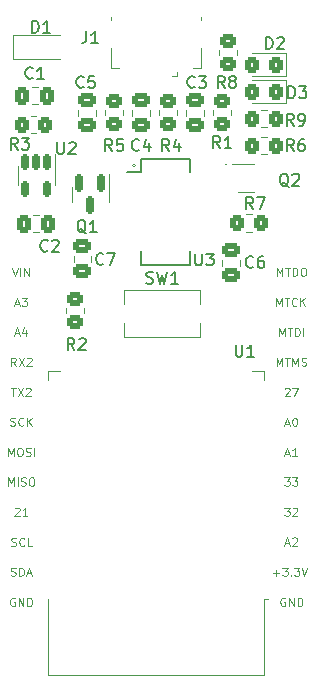
<source format=gto>
G04 #@! TF.GenerationSoftware,KiCad,Pcbnew,(6.0.10)*
G04 #@! TF.CreationDate,2023-06-12T15:34:31-04:00*
G04 #@! TF.ProjectId,esp32_dev_board,65737033-325f-4646-9576-5f626f617264,rev?*
G04 #@! TF.SameCoordinates,Original*
G04 #@! TF.FileFunction,Legend,Top*
G04 #@! TF.FilePolarity,Positive*
%FSLAX46Y46*%
G04 Gerber Fmt 4.6, Leading zero omitted, Abs format (unit mm)*
G04 Created by KiCad (PCBNEW (6.0.10)) date 2023-06-12 15:34:31*
%MOMM*%
%LPD*%
G01*
G04 APERTURE LIST*
G04 Aperture macros list*
%AMRoundRect*
0 Rectangle with rounded corners*
0 $1 Rounding radius*
0 $2 $3 $4 $5 $6 $7 $8 $9 X,Y pos of 4 corners*
0 Add a 4 corners polygon primitive as box body*
4,1,4,$2,$3,$4,$5,$6,$7,$8,$9,$2,$3,0*
0 Add four circle primitives for the rounded corners*
1,1,$1+$1,$2,$3*
1,1,$1+$1,$4,$5*
1,1,$1+$1,$6,$7*
1,1,$1+$1,$8,$9*
0 Add four rect primitives between the rounded corners*
20,1,$1+$1,$2,$3,$4,$5,0*
20,1,$1+$1,$4,$5,$6,$7,0*
20,1,$1+$1,$6,$7,$8,$9,0*
20,1,$1+$1,$8,$9,$2,$3,0*%
G04 Aperture macros list end*
%ADD10C,0.100000*%
%ADD11C,0.150000*%
%ADD12C,0.120000*%
%ADD13RoundRect,0.250000X-0.475000X0.337500X-0.475000X-0.337500X0.475000X-0.337500X0.475000X0.337500X0*%
%ADD14RoundRect,0.250000X0.325000X0.450000X-0.325000X0.450000X-0.325000X-0.450000X0.325000X-0.450000X0*%
%ADD15R,1.700000X1.700000*%
%ADD16O,1.700000X1.700000*%
%ADD17RoundRect,0.250000X0.450000X-0.350000X0.450000X0.350000X-0.450000X0.350000X-0.450000X-0.350000X0*%
%ADD18R,1.500000X0.900000*%
%ADD19R,0.900000X1.500000*%
%ADD20R,4.200000X4.200000*%
%ADD21R,1.500000X0.400000*%
%ADD22RoundRect,0.250000X-0.350000X-0.450000X0.350000X-0.450000X0.350000X0.450000X-0.350000X0.450000X0*%
%ADD23RoundRect,0.250000X0.350000X0.450000X-0.350000X0.450000X-0.350000X-0.450000X0.350000X-0.450000X0*%
%ADD24RoundRect,0.150000X-0.150000X0.512500X-0.150000X-0.512500X0.150000X-0.512500X0.150000X0.512500X0*%
%ADD25RoundRect,0.250000X0.337500X0.475000X-0.337500X0.475000X-0.337500X-0.475000X0.337500X-0.475000X0*%
%ADD26R,0.400000X1.400000*%
%ADD27R,1.750000X1.900000*%
%ADD28O,1.050000X1.900000*%
%ADD29R,1.150000X1.450000*%
%ADD30RoundRect,0.150000X-0.150000X0.587500X-0.150000X-0.587500X0.150000X-0.587500X0.150000X0.587500X0*%
%ADD31R,0.900000X1.200000*%
%ADD32RoundRect,0.250000X-0.450000X0.350000X-0.450000X-0.350000X0.450000X-0.350000X0.450000X0.350000X0*%
%ADD33R,1.200000X0.400000*%
%ADD34R,1.250000X1.000000*%
G04 APERTURE END LIST*
D10*
X156975000Y-115716666D02*
X157308333Y-115716666D01*
X156908333Y-115916666D02*
X157141666Y-115216666D01*
X157375000Y-115916666D01*
X157908333Y-115450000D02*
X157908333Y-115916666D01*
X157741666Y-115183333D02*
X157575000Y-115683333D01*
X158008333Y-115683333D01*
X157025000Y-118466666D02*
X156791666Y-118133333D01*
X156625000Y-118466666D02*
X156625000Y-117766666D01*
X156891666Y-117766666D01*
X156958333Y-117800000D01*
X156991666Y-117833333D01*
X157025000Y-117900000D01*
X157025000Y-118000000D01*
X156991666Y-118066666D01*
X156958333Y-118100000D01*
X156891666Y-118133333D01*
X156625000Y-118133333D01*
X157258333Y-117766666D02*
X157725000Y-118466666D01*
X157725000Y-117766666D02*
X157258333Y-118466666D01*
X157958333Y-117833333D02*
X157991666Y-117800000D01*
X158058333Y-117766666D01*
X158225000Y-117766666D01*
X158291666Y-117800000D01*
X158325000Y-117833333D01*
X158358333Y-117900000D01*
X158358333Y-117966666D01*
X158325000Y-118066666D01*
X157925000Y-118466666D01*
X158358333Y-118466666D01*
X179840000Y-133491666D02*
X180173333Y-133491666D01*
X179773333Y-133691666D02*
X180006666Y-132991666D01*
X180240000Y-133691666D01*
X180440000Y-133058333D02*
X180473333Y-133025000D01*
X180540000Y-132991666D01*
X180706666Y-132991666D01*
X180773333Y-133025000D01*
X180806666Y-133058333D01*
X180840000Y-133125000D01*
X180840000Y-133191666D01*
X180806666Y-133291666D01*
X180406666Y-133691666D01*
X180840000Y-133691666D01*
X179133333Y-110841666D02*
X179133333Y-110141666D01*
X179366666Y-110641666D01*
X179600000Y-110141666D01*
X179600000Y-110841666D01*
X179833333Y-110141666D02*
X180233333Y-110141666D01*
X180033333Y-110841666D02*
X180033333Y-110141666D01*
X180466666Y-110841666D02*
X180466666Y-110141666D01*
X180633333Y-110141666D01*
X180733333Y-110175000D01*
X180800000Y-110241666D01*
X180833333Y-110308333D01*
X180866666Y-110441666D01*
X180866666Y-110541666D01*
X180833333Y-110675000D01*
X180800000Y-110741666D01*
X180733333Y-110808333D01*
X180633333Y-110841666D01*
X180466666Y-110841666D01*
X181300000Y-110141666D02*
X181433333Y-110141666D01*
X181500000Y-110175000D01*
X181566666Y-110241666D01*
X181600000Y-110375000D01*
X181600000Y-110608333D01*
X181566666Y-110741666D01*
X181500000Y-110808333D01*
X181433333Y-110841666D01*
X181300000Y-110841666D01*
X181233333Y-110808333D01*
X181166666Y-110741666D01*
X181133333Y-110608333D01*
X181133333Y-110375000D01*
X181166666Y-110241666D01*
X181233333Y-110175000D01*
X181300000Y-110141666D01*
X178800000Y-135975000D02*
X179333333Y-135975000D01*
X179066666Y-136241666D02*
X179066666Y-135708333D01*
X179600000Y-135541666D02*
X180033333Y-135541666D01*
X179800000Y-135808333D01*
X179900000Y-135808333D01*
X179966666Y-135841666D01*
X180000000Y-135875000D01*
X180033333Y-135941666D01*
X180033333Y-136108333D01*
X180000000Y-136175000D01*
X179966666Y-136208333D01*
X179900000Y-136241666D01*
X179700000Y-136241666D01*
X179633333Y-136208333D01*
X179600000Y-136175000D01*
X180333333Y-136175000D02*
X180366666Y-136208333D01*
X180333333Y-136241666D01*
X180300000Y-136208333D01*
X180333333Y-136175000D01*
X180333333Y-136241666D01*
X180600000Y-135541666D02*
X181033333Y-135541666D01*
X180800000Y-135808333D01*
X180900000Y-135808333D01*
X180966666Y-135841666D01*
X181000000Y-135875000D01*
X181033333Y-135941666D01*
X181033333Y-136108333D01*
X181000000Y-136175000D01*
X180966666Y-136208333D01*
X180900000Y-136241666D01*
X180700000Y-136241666D01*
X180633333Y-136208333D01*
X180600000Y-136175000D01*
X181233333Y-135541666D02*
X181466666Y-136241666D01*
X181700000Y-135541666D01*
X179840000Y-125891666D02*
X180173333Y-125891666D01*
X179773333Y-126091666D02*
X180006666Y-125391666D01*
X180240000Y-126091666D01*
X180840000Y-126091666D02*
X180440000Y-126091666D01*
X180640000Y-126091666D02*
X180640000Y-125391666D01*
X180573333Y-125491666D01*
X180506666Y-125558333D01*
X180440000Y-125591666D01*
X156975000Y-113191666D02*
X157308333Y-113191666D01*
X156908333Y-113391666D02*
X157141666Y-112691666D01*
X157375000Y-113391666D01*
X157541666Y-112691666D02*
X157975000Y-112691666D01*
X157741666Y-112958333D01*
X157841666Y-112958333D01*
X157908333Y-112991666D01*
X157941666Y-113025000D01*
X157975000Y-113091666D01*
X157975000Y-113258333D01*
X157941666Y-113325000D01*
X157908333Y-113358333D01*
X157841666Y-113391666D01*
X157641666Y-113391666D01*
X157575000Y-113358333D01*
X157541666Y-113325000D01*
X156708333Y-110141666D02*
X156941666Y-110841666D01*
X157175000Y-110141666D01*
X157408333Y-110841666D02*
X157408333Y-110141666D01*
X157741666Y-110841666D02*
X157741666Y-110141666D01*
X158141666Y-110841666D01*
X158141666Y-110141666D01*
X179089200Y-113397466D02*
X179089200Y-112697466D01*
X179322533Y-113197466D01*
X179555866Y-112697466D01*
X179555866Y-113397466D01*
X179789200Y-112697466D02*
X180189200Y-112697466D01*
X179989200Y-113397466D02*
X179989200Y-112697466D01*
X180822533Y-113330800D02*
X180789200Y-113364133D01*
X180689200Y-113397466D01*
X180622533Y-113397466D01*
X180522533Y-113364133D01*
X180455866Y-113297466D01*
X180422533Y-113230800D01*
X180389200Y-113097466D01*
X180389200Y-112997466D01*
X180422533Y-112864133D01*
X180455866Y-112797466D01*
X180522533Y-112730800D01*
X180622533Y-112697466D01*
X180689200Y-112697466D01*
X180789200Y-112730800D01*
X180822533Y-112764133D01*
X181122533Y-113397466D02*
X181122533Y-112697466D01*
X181522533Y-113397466D02*
X181222533Y-112997466D01*
X181522533Y-112697466D02*
X181122533Y-113097466D01*
X179816666Y-120383333D02*
X179850000Y-120350000D01*
X179916666Y-120316666D01*
X180083333Y-120316666D01*
X180150000Y-120350000D01*
X180183333Y-120383333D01*
X180216666Y-120450000D01*
X180216666Y-120516666D01*
X180183333Y-120616666D01*
X179783333Y-121016666D01*
X180216666Y-121016666D01*
X180450000Y-120316666D02*
X180916666Y-120316666D01*
X180616666Y-121016666D01*
X156375000Y-126091666D02*
X156375000Y-125391666D01*
X156608333Y-125891666D01*
X156841666Y-125391666D01*
X156841666Y-126091666D01*
X157308333Y-125391666D02*
X157441666Y-125391666D01*
X157508333Y-125425000D01*
X157575000Y-125491666D01*
X157608333Y-125625000D01*
X157608333Y-125858333D01*
X157575000Y-125991666D01*
X157508333Y-126058333D01*
X157441666Y-126091666D01*
X157308333Y-126091666D01*
X157241666Y-126058333D01*
X157175000Y-125991666D01*
X157141666Y-125858333D01*
X157141666Y-125625000D01*
X157175000Y-125491666D01*
X157241666Y-125425000D01*
X157308333Y-125391666D01*
X157875000Y-126058333D02*
X157975000Y-126091666D01*
X158141666Y-126091666D01*
X158208333Y-126058333D01*
X158241666Y-126025000D01*
X158275000Y-125958333D01*
X158275000Y-125891666D01*
X158241666Y-125825000D01*
X158208333Y-125791666D01*
X158141666Y-125758333D01*
X158008333Y-125725000D01*
X157941666Y-125691666D01*
X157908333Y-125658333D01*
X157875000Y-125591666D01*
X157875000Y-125525000D01*
X157908333Y-125458333D01*
X157941666Y-125425000D01*
X158008333Y-125391666D01*
X158175000Y-125391666D01*
X158275000Y-125425000D01*
X158575000Y-126091666D02*
X158575000Y-125391666D01*
X179333333Y-115941666D02*
X179333333Y-115241666D01*
X179566666Y-115741666D01*
X179800000Y-115241666D01*
X179800000Y-115941666D01*
X180033333Y-115241666D02*
X180433333Y-115241666D01*
X180233333Y-115941666D02*
X180233333Y-115241666D01*
X180666666Y-115941666D02*
X180666666Y-115241666D01*
X180833333Y-115241666D01*
X180933333Y-115275000D01*
X181000000Y-115341666D01*
X181033333Y-115408333D01*
X181066666Y-115541666D01*
X181066666Y-115641666D01*
X181033333Y-115775000D01*
X181000000Y-115841666D01*
X180933333Y-115908333D01*
X180833333Y-115941666D01*
X180666666Y-115941666D01*
X181366666Y-115941666D02*
X181366666Y-115241666D01*
X179116666Y-118466666D02*
X179116666Y-117766666D01*
X179350000Y-118266666D01*
X179583333Y-117766666D01*
X179583333Y-118466666D01*
X179816666Y-117766666D02*
X180216666Y-117766666D01*
X180016666Y-118466666D02*
X180016666Y-117766666D01*
X180450000Y-118466666D02*
X180450000Y-117766666D01*
X180683333Y-118266666D01*
X180916666Y-117766666D01*
X180916666Y-118466666D01*
X181216666Y-118433333D02*
X181316666Y-118466666D01*
X181483333Y-118466666D01*
X181550000Y-118433333D01*
X181583333Y-118400000D01*
X181616666Y-118333333D01*
X181616666Y-118266666D01*
X181583333Y-118200000D01*
X181550000Y-118166666D01*
X181483333Y-118133333D01*
X181350000Y-118100000D01*
X181283333Y-118066666D01*
X181250000Y-118033333D01*
X181216666Y-117966666D01*
X181216666Y-117900000D01*
X181250000Y-117833333D01*
X181283333Y-117800000D01*
X181350000Y-117766666D01*
X181516666Y-117766666D01*
X181616666Y-117800000D01*
X156375000Y-128616666D02*
X156375000Y-127916666D01*
X156608333Y-128416666D01*
X156841666Y-127916666D01*
X156841666Y-128616666D01*
X157175000Y-128616666D02*
X157175000Y-127916666D01*
X157475000Y-128583333D02*
X157575000Y-128616666D01*
X157741666Y-128616666D01*
X157808333Y-128583333D01*
X157841666Y-128550000D01*
X157875000Y-128483333D01*
X157875000Y-128416666D01*
X157841666Y-128350000D01*
X157808333Y-128316666D01*
X157741666Y-128283333D01*
X157608333Y-128250000D01*
X157541666Y-128216666D01*
X157508333Y-128183333D01*
X157475000Y-128116666D01*
X157475000Y-128050000D01*
X157508333Y-127983333D01*
X157541666Y-127950000D01*
X157608333Y-127916666D01*
X157775000Y-127916666D01*
X157875000Y-127950000D01*
X158308333Y-127916666D02*
X158441666Y-127916666D01*
X158508333Y-127950000D01*
X158575000Y-128016666D01*
X158608333Y-128150000D01*
X158608333Y-128383333D01*
X158575000Y-128516666D01*
X158508333Y-128583333D01*
X158441666Y-128616666D01*
X158308333Y-128616666D01*
X158241666Y-128583333D01*
X158175000Y-128516666D01*
X158141666Y-128383333D01*
X158141666Y-128150000D01*
X158175000Y-128016666D01*
X158241666Y-127950000D01*
X158308333Y-127916666D01*
X179773333Y-127916666D02*
X180206666Y-127916666D01*
X179973333Y-128183333D01*
X180073333Y-128183333D01*
X180140000Y-128216666D01*
X180173333Y-128250000D01*
X180206666Y-128316666D01*
X180206666Y-128483333D01*
X180173333Y-128550000D01*
X180140000Y-128583333D01*
X180073333Y-128616666D01*
X179873333Y-128616666D01*
X179806666Y-128583333D01*
X179773333Y-128550000D01*
X180440000Y-127916666D02*
X180873333Y-127916666D01*
X180640000Y-128183333D01*
X180740000Y-128183333D01*
X180806666Y-128216666D01*
X180840000Y-128250000D01*
X180873333Y-128316666D01*
X180873333Y-128483333D01*
X180840000Y-128550000D01*
X180806666Y-128583333D01*
X180740000Y-128616666D01*
X180540000Y-128616666D01*
X180473333Y-128583333D01*
X180440000Y-128550000D01*
X179816666Y-138125000D02*
X179750000Y-138091666D01*
X179650000Y-138091666D01*
X179550000Y-138125000D01*
X179483333Y-138191666D01*
X179450000Y-138258333D01*
X179416666Y-138391666D01*
X179416666Y-138491666D01*
X179450000Y-138625000D01*
X179483333Y-138691666D01*
X179550000Y-138758333D01*
X179650000Y-138791666D01*
X179716666Y-138791666D01*
X179816666Y-138758333D01*
X179850000Y-138725000D01*
X179850000Y-138491666D01*
X179716666Y-138491666D01*
X180150000Y-138791666D02*
X180150000Y-138091666D01*
X180550000Y-138791666D01*
X180550000Y-138091666D01*
X180883333Y-138791666D02*
X180883333Y-138091666D01*
X181050000Y-138091666D01*
X181150000Y-138125000D01*
X181216666Y-138191666D01*
X181250000Y-138258333D01*
X181283333Y-138391666D01*
X181283333Y-138491666D01*
X181250000Y-138625000D01*
X181216666Y-138691666D01*
X181150000Y-138758333D01*
X181050000Y-138791666D01*
X180883333Y-138791666D01*
X179773333Y-130466666D02*
X180206666Y-130466666D01*
X179973333Y-130733333D01*
X180073333Y-130733333D01*
X180140000Y-130766666D01*
X180173333Y-130800000D01*
X180206666Y-130866666D01*
X180206666Y-131033333D01*
X180173333Y-131100000D01*
X180140000Y-131133333D01*
X180073333Y-131166666D01*
X179873333Y-131166666D01*
X179806666Y-131133333D01*
X179773333Y-131100000D01*
X180473333Y-130533333D02*
X180506666Y-130500000D01*
X180573333Y-130466666D01*
X180740000Y-130466666D01*
X180806666Y-130500000D01*
X180840000Y-130533333D01*
X180873333Y-130600000D01*
X180873333Y-130666666D01*
X180840000Y-130766666D01*
X180440000Y-131166666D01*
X180873333Y-131166666D01*
X179840000Y-123361666D02*
X180173333Y-123361666D01*
X179773333Y-123561666D02*
X180006666Y-122861666D01*
X180240000Y-123561666D01*
X180606666Y-122861666D02*
X180673333Y-122861666D01*
X180740000Y-122895000D01*
X180773333Y-122928333D01*
X180806666Y-122995000D01*
X180840000Y-123128333D01*
X180840000Y-123295000D01*
X180806666Y-123428333D01*
X180773333Y-123495000D01*
X180740000Y-123528333D01*
X180673333Y-123561666D01*
X180606666Y-123561666D01*
X180540000Y-123528333D01*
X180506666Y-123495000D01*
X180473333Y-123428333D01*
X180440000Y-123295000D01*
X180440000Y-123128333D01*
X180473333Y-122995000D01*
X180506666Y-122928333D01*
X180540000Y-122895000D01*
X180606666Y-122861666D01*
X156625000Y-136208333D02*
X156725000Y-136241666D01*
X156891666Y-136241666D01*
X156958333Y-136208333D01*
X156991666Y-136175000D01*
X157025000Y-136108333D01*
X157025000Y-136041666D01*
X156991666Y-135975000D01*
X156958333Y-135941666D01*
X156891666Y-135908333D01*
X156758333Y-135875000D01*
X156691666Y-135841666D01*
X156658333Y-135808333D01*
X156625000Y-135741666D01*
X156625000Y-135675000D01*
X156658333Y-135608333D01*
X156691666Y-135575000D01*
X156758333Y-135541666D01*
X156925000Y-135541666D01*
X157025000Y-135575000D01*
X157325000Y-136241666D02*
X157325000Y-135541666D01*
X157491666Y-135541666D01*
X157591666Y-135575000D01*
X157658333Y-135641666D01*
X157691666Y-135708333D01*
X157725000Y-135841666D01*
X157725000Y-135941666D01*
X157691666Y-136075000D01*
X157658333Y-136141666D01*
X157591666Y-136208333D01*
X157491666Y-136241666D01*
X157325000Y-136241666D01*
X157991666Y-136041666D02*
X158325000Y-136041666D01*
X157925000Y-136241666D02*
X158158333Y-135541666D01*
X158391666Y-136241666D01*
X156608333Y-120316666D02*
X157008333Y-120316666D01*
X156808333Y-121016666D02*
X156808333Y-120316666D01*
X157175000Y-120316666D02*
X157641666Y-121016666D01*
X157641666Y-120316666D02*
X157175000Y-121016666D01*
X157875000Y-120383333D02*
X157908333Y-120350000D01*
X157975000Y-120316666D01*
X158141666Y-120316666D01*
X158208333Y-120350000D01*
X158241666Y-120383333D01*
X158275000Y-120450000D01*
X158275000Y-120516666D01*
X158241666Y-120616666D01*
X157841666Y-121016666D01*
X158275000Y-121016666D01*
X156577500Y-123508333D02*
X156677500Y-123541666D01*
X156844166Y-123541666D01*
X156910833Y-123508333D01*
X156944166Y-123475000D01*
X156977500Y-123408333D01*
X156977500Y-123341666D01*
X156944166Y-123275000D01*
X156910833Y-123241666D01*
X156844166Y-123208333D01*
X156710833Y-123175000D01*
X156644166Y-123141666D01*
X156610833Y-123108333D01*
X156577500Y-123041666D01*
X156577500Y-122975000D01*
X156610833Y-122908333D01*
X156644166Y-122875000D01*
X156710833Y-122841666D01*
X156877500Y-122841666D01*
X156977500Y-122875000D01*
X157677500Y-123475000D02*
X157644166Y-123508333D01*
X157544166Y-123541666D01*
X157477500Y-123541666D01*
X157377500Y-123508333D01*
X157310833Y-123441666D01*
X157277500Y-123375000D01*
X157244166Y-123241666D01*
X157244166Y-123141666D01*
X157277500Y-123008333D01*
X157310833Y-122941666D01*
X157377500Y-122875000D01*
X157477500Y-122841666D01*
X157544166Y-122841666D01*
X157644166Y-122875000D01*
X157677500Y-122908333D01*
X157977500Y-123541666D02*
X157977500Y-122841666D01*
X158377500Y-123541666D02*
X158077500Y-123141666D01*
X158377500Y-122841666D02*
X157977500Y-123241666D01*
X156641666Y-133683333D02*
X156741666Y-133716666D01*
X156908333Y-133716666D01*
X156975000Y-133683333D01*
X157008333Y-133650000D01*
X157041666Y-133583333D01*
X157041666Y-133516666D01*
X157008333Y-133450000D01*
X156975000Y-133416666D01*
X156908333Y-133383333D01*
X156775000Y-133350000D01*
X156708333Y-133316666D01*
X156675000Y-133283333D01*
X156641666Y-133216666D01*
X156641666Y-133150000D01*
X156675000Y-133083333D01*
X156708333Y-133050000D01*
X156775000Y-133016666D01*
X156941666Y-133016666D01*
X157041666Y-133050000D01*
X157741666Y-133650000D02*
X157708333Y-133683333D01*
X157608333Y-133716666D01*
X157541666Y-133716666D01*
X157441666Y-133683333D01*
X157375000Y-133616666D01*
X157341666Y-133550000D01*
X157308333Y-133416666D01*
X157308333Y-133316666D01*
X157341666Y-133183333D01*
X157375000Y-133116666D01*
X157441666Y-133050000D01*
X157541666Y-133016666D01*
X157608333Y-133016666D01*
X157708333Y-133050000D01*
X157741666Y-133083333D01*
X158375000Y-133716666D02*
X158041666Y-133716666D01*
X158041666Y-133016666D01*
X156941666Y-138125000D02*
X156875000Y-138091666D01*
X156775000Y-138091666D01*
X156675000Y-138125000D01*
X156608333Y-138191666D01*
X156575000Y-138258333D01*
X156541666Y-138391666D01*
X156541666Y-138491666D01*
X156575000Y-138625000D01*
X156608333Y-138691666D01*
X156675000Y-138758333D01*
X156775000Y-138791666D01*
X156841666Y-138791666D01*
X156941666Y-138758333D01*
X156975000Y-138725000D01*
X156975000Y-138491666D01*
X156841666Y-138491666D01*
X157275000Y-138791666D02*
X157275000Y-138091666D01*
X157675000Y-138791666D01*
X157675000Y-138091666D01*
X158008333Y-138791666D02*
X158008333Y-138091666D01*
X158175000Y-138091666D01*
X158275000Y-138125000D01*
X158341666Y-138191666D01*
X158375000Y-138258333D01*
X158408333Y-138391666D01*
X158408333Y-138491666D01*
X158375000Y-138625000D01*
X158341666Y-138691666D01*
X158275000Y-138758333D01*
X158175000Y-138791666D01*
X158008333Y-138791666D01*
X156941666Y-130533333D02*
X156975000Y-130500000D01*
X157041666Y-130466666D01*
X157208333Y-130466666D01*
X157275000Y-130500000D01*
X157308333Y-130533333D01*
X157341666Y-130600000D01*
X157341666Y-130666666D01*
X157308333Y-130766666D01*
X156908333Y-131166666D01*
X157341666Y-131166666D01*
X158008333Y-131166666D02*
X157608333Y-131166666D01*
X157808333Y-131166666D02*
X157808333Y-130466666D01*
X157741666Y-130566666D01*
X157675000Y-130633333D01*
X157608333Y-130666666D01*
D11*
X172172333Y-94845142D02*
X172124714Y-94892761D01*
X171981857Y-94940380D01*
X171886619Y-94940380D01*
X171743761Y-94892761D01*
X171648523Y-94797523D01*
X171600904Y-94702285D01*
X171553285Y-94511809D01*
X171553285Y-94368952D01*
X171600904Y-94178476D01*
X171648523Y-94083238D01*
X171743761Y-93988000D01*
X171886619Y-93940380D01*
X171981857Y-93940380D01*
X172124714Y-93988000D01*
X172172333Y-94035619D01*
X172505666Y-93940380D02*
X173124714Y-93940380D01*
X172791380Y-94321333D01*
X172934238Y-94321333D01*
X173029476Y-94368952D01*
X173077095Y-94416571D01*
X173124714Y-94511809D01*
X173124714Y-94749904D01*
X173077095Y-94845142D01*
X173029476Y-94892761D01*
X172934238Y-94940380D01*
X172648523Y-94940380D01*
X172553285Y-94892761D01*
X172505666Y-94845142D01*
X178204904Y-91638380D02*
X178204904Y-90638380D01*
X178443000Y-90638380D01*
X178585857Y-90686000D01*
X178681095Y-90781238D01*
X178728714Y-90876476D01*
X178776333Y-91066952D01*
X178776333Y-91209809D01*
X178728714Y-91400285D01*
X178681095Y-91495523D01*
X178585857Y-91590761D01*
X178443000Y-91638380D01*
X178204904Y-91638380D01*
X179157285Y-90733619D02*
X179204904Y-90686000D01*
X179300142Y-90638380D01*
X179538238Y-90638380D01*
X179633476Y-90686000D01*
X179681095Y-90733619D01*
X179728714Y-90828857D01*
X179728714Y-90924095D01*
X179681095Y-91066952D01*
X179109666Y-91638380D01*
X179728714Y-91638380D01*
X177125333Y-110085142D02*
X177077714Y-110132761D01*
X176934857Y-110180380D01*
X176839619Y-110180380D01*
X176696761Y-110132761D01*
X176601523Y-110037523D01*
X176553904Y-109942285D01*
X176506285Y-109751809D01*
X176506285Y-109608952D01*
X176553904Y-109418476D01*
X176601523Y-109323238D01*
X176696761Y-109228000D01*
X176839619Y-109180380D01*
X176934857Y-109180380D01*
X177077714Y-109228000D01*
X177125333Y-109275619D01*
X177982476Y-109180380D02*
X177792000Y-109180380D01*
X177696761Y-109228000D01*
X177649142Y-109275619D01*
X177553904Y-109418476D01*
X177506285Y-109608952D01*
X177506285Y-109989904D01*
X177553904Y-110085142D01*
X177601523Y-110132761D01*
X177696761Y-110180380D01*
X177887238Y-110180380D01*
X177982476Y-110132761D01*
X178030095Y-110085142D01*
X178077714Y-109989904D01*
X178077714Y-109751809D01*
X178030095Y-109656571D01*
X177982476Y-109608952D01*
X177887238Y-109561333D01*
X177696761Y-109561333D01*
X177601523Y-109608952D01*
X177553904Y-109656571D01*
X177506285Y-109751809D01*
X162774333Y-94845142D02*
X162726714Y-94892761D01*
X162583857Y-94940380D01*
X162488619Y-94940380D01*
X162345761Y-94892761D01*
X162250523Y-94797523D01*
X162202904Y-94702285D01*
X162155285Y-94511809D01*
X162155285Y-94368952D01*
X162202904Y-94178476D01*
X162250523Y-94083238D01*
X162345761Y-93988000D01*
X162488619Y-93940380D01*
X162583857Y-93940380D01*
X162726714Y-93988000D01*
X162774333Y-94035619D01*
X163679095Y-93940380D02*
X163202904Y-93940380D01*
X163155285Y-94416571D01*
X163202904Y-94368952D01*
X163298142Y-94321333D01*
X163536238Y-94321333D01*
X163631476Y-94368952D01*
X163679095Y-94416571D01*
X163726714Y-94511809D01*
X163726714Y-94749904D01*
X163679095Y-94845142D01*
X163631476Y-94892761D01*
X163536238Y-94940380D01*
X163298142Y-94940380D01*
X163202904Y-94892761D01*
X163155285Y-94845142D01*
X167473333Y-100179142D02*
X167425714Y-100226761D01*
X167282857Y-100274380D01*
X167187619Y-100274380D01*
X167044761Y-100226761D01*
X166949523Y-100131523D01*
X166901904Y-100036285D01*
X166854285Y-99845809D01*
X166854285Y-99702952D01*
X166901904Y-99512476D01*
X166949523Y-99417238D01*
X167044761Y-99322000D01*
X167187619Y-99274380D01*
X167282857Y-99274380D01*
X167425714Y-99322000D01*
X167473333Y-99369619D01*
X168330476Y-99607714D02*
X168330476Y-100274380D01*
X168092380Y-99226761D02*
X167854285Y-99941047D01*
X168473333Y-99941047D01*
X170013333Y-100274380D02*
X169680000Y-99798190D01*
X169441904Y-100274380D02*
X169441904Y-99274380D01*
X169822857Y-99274380D01*
X169918095Y-99322000D01*
X169965714Y-99369619D01*
X170013333Y-99464857D01*
X170013333Y-99607714D01*
X169965714Y-99702952D01*
X169918095Y-99750571D01*
X169822857Y-99798190D01*
X169441904Y-99798190D01*
X170870476Y-99607714D02*
X170870476Y-100274380D01*
X170632380Y-99226761D02*
X170394285Y-99941047D01*
X171013333Y-99941047D01*
X174712333Y-94940380D02*
X174379000Y-94464190D01*
X174140904Y-94940380D02*
X174140904Y-93940380D01*
X174521857Y-93940380D01*
X174617095Y-93988000D01*
X174664714Y-94035619D01*
X174712333Y-94130857D01*
X174712333Y-94273714D01*
X174664714Y-94368952D01*
X174617095Y-94416571D01*
X174521857Y-94464190D01*
X174140904Y-94464190D01*
X175283761Y-94368952D02*
X175188523Y-94321333D01*
X175140904Y-94273714D01*
X175093285Y-94178476D01*
X175093285Y-94130857D01*
X175140904Y-94035619D01*
X175188523Y-93988000D01*
X175283761Y-93940380D01*
X175474238Y-93940380D01*
X175569476Y-93988000D01*
X175617095Y-94035619D01*
X175664714Y-94130857D01*
X175664714Y-94178476D01*
X175617095Y-94273714D01*
X175569476Y-94321333D01*
X175474238Y-94368952D01*
X175283761Y-94368952D01*
X175188523Y-94416571D01*
X175140904Y-94464190D01*
X175093285Y-94559428D01*
X175093285Y-94749904D01*
X175140904Y-94845142D01*
X175188523Y-94892761D01*
X175283761Y-94940380D01*
X175474238Y-94940380D01*
X175569476Y-94892761D01*
X175617095Y-94845142D01*
X175664714Y-94749904D01*
X175664714Y-94559428D01*
X175617095Y-94464190D01*
X175569476Y-94416571D01*
X175474238Y-94368952D01*
X164433333Y-109827142D02*
X164385714Y-109874761D01*
X164242857Y-109922380D01*
X164147619Y-109922380D01*
X164004761Y-109874761D01*
X163909523Y-109779523D01*
X163861904Y-109684285D01*
X163814285Y-109493809D01*
X163814285Y-109350952D01*
X163861904Y-109160476D01*
X163909523Y-109065238D01*
X164004761Y-108970000D01*
X164147619Y-108922380D01*
X164242857Y-108922380D01*
X164385714Y-108970000D01*
X164433333Y-109017619D01*
X164766666Y-108922380D02*
X165433333Y-108922380D01*
X165004761Y-109922380D01*
X175641095Y-116673380D02*
X175641095Y-117482904D01*
X175688714Y-117578142D01*
X175736333Y-117625761D01*
X175831571Y-117673380D01*
X176022047Y-117673380D01*
X176117285Y-117625761D01*
X176164904Y-117578142D01*
X176212523Y-117482904D01*
X176212523Y-116673380D01*
X177212523Y-117673380D02*
X176641095Y-117673380D01*
X176926809Y-117673380D02*
X176926809Y-116673380D01*
X176831571Y-116816238D01*
X176736333Y-116911476D01*
X176641095Y-116959095D01*
X180117761Y-103290619D02*
X180022523Y-103243000D01*
X179927285Y-103147761D01*
X179784428Y-103004904D01*
X179689190Y-102957285D01*
X179593952Y-102957285D01*
X179641571Y-103195380D02*
X179546333Y-103147761D01*
X179451095Y-103052523D01*
X179403476Y-102862047D01*
X179403476Y-102528714D01*
X179451095Y-102338238D01*
X179546333Y-102243000D01*
X179641571Y-102195380D01*
X179832047Y-102195380D01*
X179927285Y-102243000D01*
X180022523Y-102338238D01*
X180070142Y-102528714D01*
X180070142Y-102862047D01*
X180022523Y-103052523D01*
X179927285Y-103147761D01*
X179832047Y-103195380D01*
X179641571Y-103195380D01*
X180451095Y-102290619D02*
X180498714Y-102243000D01*
X180593952Y-102195380D01*
X180832047Y-102195380D01*
X180927285Y-102243000D01*
X180974904Y-102290619D01*
X181022523Y-102385857D01*
X181022523Y-102481095D01*
X180974904Y-102623952D01*
X180403476Y-103195380D01*
X181022523Y-103195380D01*
X157186333Y-100147380D02*
X156853000Y-99671190D01*
X156614904Y-100147380D02*
X156614904Y-99147380D01*
X156995857Y-99147380D01*
X157091095Y-99195000D01*
X157138714Y-99242619D01*
X157186333Y-99337857D01*
X157186333Y-99480714D01*
X157138714Y-99575952D01*
X157091095Y-99623571D01*
X156995857Y-99671190D01*
X156614904Y-99671190D01*
X157519666Y-99147380D02*
X158138714Y-99147380D01*
X157805380Y-99528333D01*
X157948238Y-99528333D01*
X158043476Y-99575952D01*
X158091095Y-99623571D01*
X158138714Y-99718809D01*
X158138714Y-99956904D01*
X158091095Y-100052142D01*
X158043476Y-100099761D01*
X157948238Y-100147380D01*
X157662523Y-100147380D01*
X157567285Y-100099761D01*
X157519666Y-100052142D01*
X165187333Y-100274380D02*
X164854000Y-99798190D01*
X164615904Y-100274380D02*
X164615904Y-99274380D01*
X164996857Y-99274380D01*
X165092095Y-99322000D01*
X165139714Y-99369619D01*
X165187333Y-99464857D01*
X165187333Y-99607714D01*
X165139714Y-99702952D01*
X165092095Y-99750571D01*
X164996857Y-99798190D01*
X164615904Y-99798190D01*
X166092095Y-99274380D02*
X165615904Y-99274380D01*
X165568285Y-99750571D01*
X165615904Y-99702952D01*
X165711142Y-99655333D01*
X165949238Y-99655333D01*
X166044476Y-99702952D01*
X166092095Y-99750571D01*
X166139714Y-99845809D01*
X166139714Y-100083904D01*
X166092095Y-100179142D01*
X166044476Y-100226761D01*
X165949238Y-100274380D01*
X165711142Y-100274380D01*
X165615904Y-100226761D01*
X165568285Y-100179142D01*
X180554333Y-98115380D02*
X180221000Y-97639190D01*
X179982904Y-98115380D02*
X179982904Y-97115380D01*
X180363857Y-97115380D01*
X180459095Y-97163000D01*
X180506714Y-97210619D01*
X180554333Y-97305857D01*
X180554333Y-97448714D01*
X180506714Y-97543952D01*
X180459095Y-97591571D01*
X180363857Y-97639190D01*
X179982904Y-97639190D01*
X181030523Y-98115380D02*
X181221000Y-98115380D01*
X181316238Y-98067761D01*
X181363857Y-98020142D01*
X181459095Y-97877285D01*
X181506714Y-97686809D01*
X181506714Y-97305857D01*
X181459095Y-97210619D01*
X181411476Y-97163000D01*
X181316238Y-97115380D01*
X181125761Y-97115380D01*
X181030523Y-97163000D01*
X180982904Y-97210619D01*
X180935285Y-97305857D01*
X180935285Y-97543952D01*
X180982904Y-97639190D01*
X181030523Y-97686809D01*
X181125761Y-97734428D01*
X181316238Y-97734428D01*
X181411476Y-97686809D01*
X181459095Y-97639190D01*
X181506714Y-97543952D01*
X161993333Y-117122380D02*
X161660000Y-116646190D01*
X161421904Y-117122380D02*
X161421904Y-116122380D01*
X161802857Y-116122380D01*
X161898095Y-116170000D01*
X161945714Y-116217619D01*
X161993333Y-116312857D01*
X161993333Y-116455714D01*
X161945714Y-116550952D01*
X161898095Y-116598571D01*
X161802857Y-116646190D01*
X161421904Y-116646190D01*
X162374285Y-116217619D02*
X162421904Y-116170000D01*
X162517142Y-116122380D01*
X162755238Y-116122380D01*
X162850476Y-116170000D01*
X162898095Y-116217619D01*
X162945714Y-116312857D01*
X162945714Y-116408095D01*
X162898095Y-116550952D01*
X162326666Y-117122380D01*
X162945714Y-117122380D01*
X180554333Y-100274380D02*
X180221000Y-99798190D01*
X179982904Y-100274380D02*
X179982904Y-99274380D01*
X180363857Y-99274380D01*
X180459095Y-99322000D01*
X180506714Y-99369619D01*
X180554333Y-99464857D01*
X180554333Y-99607714D01*
X180506714Y-99702952D01*
X180459095Y-99750571D01*
X180363857Y-99798190D01*
X179982904Y-99798190D01*
X181411476Y-99274380D02*
X181221000Y-99274380D01*
X181125761Y-99322000D01*
X181078142Y-99369619D01*
X180982904Y-99512476D01*
X180935285Y-99702952D01*
X180935285Y-100083904D01*
X180982904Y-100179142D01*
X181030523Y-100226761D01*
X181125761Y-100274380D01*
X181316238Y-100274380D01*
X181411476Y-100226761D01*
X181459095Y-100179142D01*
X181506714Y-100083904D01*
X181506714Y-99845809D01*
X181459095Y-99750571D01*
X181411476Y-99702952D01*
X181316238Y-99655333D01*
X181125761Y-99655333D01*
X181030523Y-99702952D01*
X180982904Y-99750571D01*
X180935285Y-99845809D01*
X160528095Y-99528380D02*
X160528095Y-100337904D01*
X160575714Y-100433142D01*
X160623333Y-100480761D01*
X160718571Y-100528380D01*
X160909047Y-100528380D01*
X161004285Y-100480761D01*
X161051904Y-100433142D01*
X161099523Y-100337904D01*
X161099523Y-99528380D01*
X161528095Y-99623619D02*
X161575714Y-99576000D01*
X161670952Y-99528380D01*
X161909047Y-99528380D01*
X162004285Y-99576000D01*
X162051904Y-99623619D01*
X162099523Y-99718857D01*
X162099523Y-99814095D01*
X162051904Y-99956952D01*
X161480476Y-100528380D01*
X162099523Y-100528380D01*
X158456333Y-94083142D02*
X158408714Y-94130761D01*
X158265857Y-94178380D01*
X158170619Y-94178380D01*
X158027761Y-94130761D01*
X157932523Y-94035523D01*
X157884904Y-93940285D01*
X157837285Y-93749809D01*
X157837285Y-93606952D01*
X157884904Y-93416476D01*
X157932523Y-93321238D01*
X158027761Y-93226000D01*
X158170619Y-93178380D01*
X158265857Y-93178380D01*
X158408714Y-93226000D01*
X158456333Y-93273619D01*
X159408714Y-94178380D02*
X158837285Y-94178380D01*
X159123000Y-94178380D02*
X159123000Y-93178380D01*
X159027761Y-93321238D01*
X158932523Y-93416476D01*
X158837285Y-93464095D01*
X162988666Y-90130380D02*
X162988666Y-90844666D01*
X162941047Y-90987523D01*
X162845809Y-91082761D01*
X162702952Y-91130380D01*
X162607714Y-91130380D01*
X163988666Y-91130380D02*
X163417238Y-91130380D01*
X163702952Y-91130380D02*
X163702952Y-90130380D01*
X163607714Y-90273238D01*
X163512476Y-90368476D01*
X163417238Y-90416095D01*
X162972761Y-107227619D02*
X162877523Y-107180000D01*
X162782285Y-107084761D01*
X162639428Y-106941904D01*
X162544190Y-106894285D01*
X162448952Y-106894285D01*
X162496571Y-107132380D02*
X162401333Y-107084761D01*
X162306095Y-106989523D01*
X162258476Y-106799047D01*
X162258476Y-106465714D01*
X162306095Y-106275238D01*
X162401333Y-106180000D01*
X162496571Y-106132380D01*
X162687047Y-106132380D01*
X162782285Y-106180000D01*
X162877523Y-106275238D01*
X162925142Y-106465714D01*
X162925142Y-106799047D01*
X162877523Y-106989523D01*
X162782285Y-107084761D01*
X162687047Y-107132380D01*
X162496571Y-107132380D01*
X163877523Y-107132380D02*
X163306095Y-107132380D01*
X163591809Y-107132380D02*
X163591809Y-106132380D01*
X163496571Y-106275238D01*
X163401333Y-106370476D01*
X163306095Y-106418095D01*
X158391904Y-90242380D02*
X158391904Y-89242380D01*
X158630000Y-89242380D01*
X158772857Y-89290000D01*
X158868095Y-89385238D01*
X158915714Y-89480476D01*
X158963333Y-89670952D01*
X158963333Y-89813809D01*
X158915714Y-90004285D01*
X158868095Y-90099523D01*
X158772857Y-90194761D01*
X158630000Y-90242380D01*
X158391904Y-90242380D01*
X159915714Y-90242380D02*
X159344285Y-90242380D01*
X159630000Y-90242380D02*
X159630000Y-89242380D01*
X159534761Y-89385238D01*
X159439523Y-89480476D01*
X159344285Y-89528095D01*
X159726333Y-108688142D02*
X159678714Y-108735761D01*
X159535857Y-108783380D01*
X159440619Y-108783380D01*
X159297761Y-108735761D01*
X159202523Y-108640523D01*
X159154904Y-108545285D01*
X159107285Y-108354809D01*
X159107285Y-108211952D01*
X159154904Y-108021476D01*
X159202523Y-107926238D01*
X159297761Y-107831000D01*
X159440619Y-107783380D01*
X159535857Y-107783380D01*
X159678714Y-107831000D01*
X159726333Y-107878619D01*
X160107285Y-107878619D02*
X160154904Y-107831000D01*
X160250142Y-107783380D01*
X160488238Y-107783380D01*
X160583476Y-107831000D01*
X160631095Y-107878619D01*
X160678714Y-107973857D01*
X160678714Y-108069095D01*
X160631095Y-108211952D01*
X160059666Y-108783380D01*
X160678714Y-108783380D01*
X180111904Y-95792380D02*
X180111904Y-94792380D01*
X180350000Y-94792380D01*
X180492857Y-94840000D01*
X180588095Y-94935238D01*
X180635714Y-95030476D01*
X180683333Y-95220952D01*
X180683333Y-95363809D01*
X180635714Y-95554285D01*
X180588095Y-95649523D01*
X180492857Y-95744761D01*
X180350000Y-95792380D01*
X180111904Y-95792380D01*
X181016666Y-94792380D02*
X181635714Y-94792380D01*
X181302380Y-95173333D01*
X181445238Y-95173333D01*
X181540476Y-95220952D01*
X181588095Y-95268571D01*
X181635714Y-95363809D01*
X181635714Y-95601904D01*
X181588095Y-95697142D01*
X181540476Y-95744761D01*
X181445238Y-95792380D01*
X181159523Y-95792380D01*
X181064285Y-95744761D01*
X181016666Y-95697142D01*
X177125333Y-105175793D02*
X176792000Y-104699603D01*
X176553904Y-105175793D02*
X176553904Y-104175793D01*
X176934857Y-104175793D01*
X177030095Y-104223413D01*
X177077714Y-104271032D01*
X177125333Y-104366270D01*
X177125333Y-104509127D01*
X177077714Y-104604365D01*
X177030095Y-104651984D01*
X176934857Y-104699603D01*
X176553904Y-104699603D01*
X177458666Y-104175793D02*
X178125333Y-104175793D01*
X177696761Y-105175793D01*
X174331333Y-100020380D02*
X173998000Y-99544190D01*
X173759904Y-100020380D02*
X173759904Y-99020380D01*
X174140857Y-99020380D01*
X174236095Y-99068000D01*
X174283714Y-99115619D01*
X174331333Y-99210857D01*
X174331333Y-99353714D01*
X174283714Y-99448952D01*
X174236095Y-99496571D01*
X174140857Y-99544190D01*
X173759904Y-99544190D01*
X175283714Y-100020380D02*
X174712285Y-100020380D01*
X174998000Y-100020380D02*
X174998000Y-99020380D01*
X174902761Y-99163238D01*
X174807523Y-99258476D01*
X174712285Y-99306095D01*
X172198095Y-108962380D02*
X172198095Y-109771904D01*
X172245714Y-109867142D01*
X172293333Y-109914761D01*
X172388571Y-109962380D01*
X172579047Y-109962380D01*
X172674285Y-109914761D01*
X172721904Y-109867142D01*
X172769523Y-109771904D01*
X172769523Y-108962380D01*
X173150476Y-108962380D02*
X173769523Y-108962380D01*
X173436190Y-109343333D01*
X173579047Y-109343333D01*
X173674285Y-109390952D01*
X173721904Y-109438571D01*
X173769523Y-109533809D01*
X173769523Y-109771904D01*
X173721904Y-109867142D01*
X173674285Y-109914761D01*
X173579047Y-109962380D01*
X173293333Y-109962380D01*
X173198095Y-109914761D01*
X173150476Y-109867142D01*
X168084666Y-111450761D02*
X168227523Y-111498380D01*
X168465619Y-111498380D01*
X168560857Y-111450761D01*
X168608476Y-111403142D01*
X168656095Y-111307904D01*
X168656095Y-111212666D01*
X168608476Y-111117428D01*
X168560857Y-111069809D01*
X168465619Y-111022190D01*
X168275142Y-110974571D01*
X168179904Y-110926952D01*
X168132285Y-110879333D01*
X168084666Y-110784095D01*
X168084666Y-110688857D01*
X168132285Y-110593619D01*
X168179904Y-110546000D01*
X168275142Y-110498380D01*
X168513238Y-110498380D01*
X168656095Y-110546000D01*
X168989428Y-110498380D02*
X169227523Y-111498380D01*
X169418000Y-110784095D01*
X169608476Y-111498380D01*
X169846571Y-110498380D01*
X170751333Y-111498380D02*
X170179904Y-111498380D01*
X170465619Y-111498380D02*
X170465619Y-110498380D01*
X170370380Y-110641238D01*
X170275142Y-110736476D01*
X170179904Y-110784095D01*
D12*
X172943000Y-96766748D02*
X172943000Y-97289252D01*
X171473000Y-96766748D02*
X171473000Y-97289252D01*
X179905000Y-92004000D02*
X177045000Y-92004000D01*
X177045000Y-93924000D02*
X179905000Y-93924000D01*
X179905000Y-93924000D02*
X179905000Y-92004000D01*
X174525000Y-109466748D02*
X174525000Y-109989252D01*
X175995000Y-109466748D02*
X175995000Y-109989252D01*
X163803000Y-96766748D02*
X163803000Y-97289252D01*
X162333000Y-96766748D02*
X162333000Y-97289252D01*
X168375000Y-96766748D02*
X168375000Y-97289252D01*
X166905000Y-96766748D02*
X166905000Y-97289252D01*
X170661000Y-97255064D02*
X170661000Y-96800936D01*
X169191000Y-97255064D02*
X169191000Y-96800936D01*
X175741000Y-92175064D02*
X175741000Y-91720936D01*
X174271000Y-92175064D02*
X174271000Y-91720936D01*
X163395000Y-109128748D02*
X163395000Y-109651252D01*
X161925000Y-109128748D02*
X161925000Y-109651252D01*
X178030000Y-144623800D02*
X178030000Y-138208800D01*
X178030000Y-119663800D02*
X178030000Y-118883800D01*
X159790000Y-119663800D02*
X159790000Y-118883800D01*
X159790000Y-144623800D02*
X159790000Y-138208800D01*
X178030000Y-138208800D02*
X178410000Y-138208800D01*
X178030000Y-144623800D02*
X159790000Y-144623800D01*
X159790000Y-118883800D02*
X160790000Y-118883800D01*
X178030000Y-118883800D02*
X177030000Y-118883800D01*
X175830000Y-103723413D02*
X177230000Y-103723413D01*
X177230000Y-101403413D02*
X175330000Y-101403413D01*
X174840000Y-101403413D02*
G75*
G03*
X174840000Y-101403413I-60000J0D01*
G01*
X158284936Y-98779000D02*
X158739064Y-98779000D01*
X158284936Y-97309000D02*
X158739064Y-97309000D01*
X164619000Y-97255064D02*
X164619000Y-96800936D01*
X166089000Y-97255064D02*
X166089000Y-96800936D01*
X177826936Y-96801000D02*
X178281064Y-96801000D01*
X177826936Y-98271000D02*
X178281064Y-98271000D01*
X162787000Y-114019064D02*
X162787000Y-113564936D01*
X161317000Y-114019064D02*
X161317000Y-113564936D01*
X178281064Y-100557000D02*
X177826936Y-100557000D01*
X178281064Y-99087000D02*
X177826936Y-99087000D01*
X160310000Y-102362000D02*
X160310000Y-103162000D01*
X157190000Y-102362000D02*
X157190000Y-103162000D01*
X157190000Y-102362000D02*
X157190000Y-101562000D01*
X160310000Y-102362000D02*
X160310000Y-100562000D01*
X158884252Y-94845200D02*
X158361748Y-94845200D01*
X158884252Y-96315200D02*
X158361748Y-96315200D01*
X165090000Y-93260000D02*
X165740000Y-93260000D01*
X172710000Y-91530000D02*
X172710000Y-93260000D01*
X165090000Y-88960000D02*
X165090000Y-89170000D01*
X170660000Y-93960000D02*
X170210000Y-93960000D01*
X170660000Y-93960000D02*
X170660000Y-93570000D01*
X172710000Y-88960000D02*
X172710000Y-89170000D01*
X165090000Y-91530000D02*
X165090000Y-93260000D01*
X172710000Y-93260000D02*
X172050000Y-93260000D01*
X164882000Y-103936800D02*
X164882000Y-104586800D01*
X161762000Y-103936800D02*
X161762000Y-104586800D01*
X161762000Y-103936800D02*
X161762000Y-103286800D01*
X164882000Y-103936800D02*
X164882000Y-102261800D01*
X156830200Y-90490800D02*
X160730200Y-90490800D01*
X156830200Y-90490800D02*
X156830200Y-92490800D01*
X156830200Y-92490800D02*
X160730200Y-92490800D01*
X159011252Y-107161000D02*
X158488748Y-107161000D01*
X159011252Y-105691000D02*
X158488748Y-105691000D01*
X177054000Y-96210000D02*
X179914000Y-96210000D01*
X179914000Y-94290000D02*
X177054000Y-94290000D01*
X179914000Y-96210000D02*
X179914000Y-94290000D01*
X176556936Y-105638413D02*
X177011064Y-105638413D01*
X176556936Y-107108413D02*
X177011064Y-107108413D01*
X173763000Y-96800936D02*
X173763000Y-97255064D01*
X175233000Y-96800936D02*
X175233000Y-97255064D01*
D11*
X171747000Y-109885000D02*
X171747000Y-108775000D01*
X167597000Y-109885000D02*
X167597000Y-108775000D01*
X167597000Y-109885000D02*
X171747000Y-109885000D01*
X167597000Y-102045000D02*
X167597000Y-100935000D01*
X167597000Y-102045000D02*
X166472000Y-102045000D01*
X171747000Y-100935000D02*
X171747000Y-102045000D01*
X167597000Y-100935000D02*
X171747000Y-100935000D01*
D12*
X167172000Y-101510000D02*
G75*
G03*
X167172000Y-101510000I-141421J0D01*
G01*
X172618000Y-113246000D02*
X172618000Y-112046000D01*
X172618000Y-116046000D02*
X172618000Y-114846000D01*
X166218000Y-116046000D02*
X172618000Y-116046000D01*
X166218000Y-114846000D02*
X166218000Y-116046000D01*
X166218000Y-112046000D02*
X166218000Y-113246000D01*
X172618000Y-112046000D02*
X166218000Y-112046000D01*
%LPC*%
D13*
X172208000Y-95990500D03*
X172208000Y-98065500D03*
D14*
X179070000Y-92964000D03*
X177020000Y-92964000D03*
D15*
X157480000Y-109220000D03*
D16*
X157480000Y-111760000D03*
X157480000Y-114300000D03*
X157480000Y-116840000D03*
X157480000Y-119380000D03*
X157480000Y-121920000D03*
X157480000Y-124460000D03*
X157480000Y-127000000D03*
X157480000Y-129540000D03*
X157480000Y-132080000D03*
X157480000Y-134620000D03*
X157480000Y-137160000D03*
D13*
X175260000Y-108690500D03*
X175260000Y-110765500D03*
X163068000Y-95990500D03*
X163068000Y-98065500D03*
X167640000Y-95990500D03*
X167640000Y-98065500D03*
D17*
X169926000Y-98028000D03*
X169926000Y-96028000D03*
X175006000Y-92948000D03*
X175006000Y-90948000D03*
D13*
X162660000Y-108352500D03*
X162660000Y-110427500D03*
D18*
X177660000Y-137013800D03*
X177660000Y-135743800D03*
X177660000Y-134473800D03*
X177660000Y-133203800D03*
X177660000Y-131933800D03*
X177660000Y-130663800D03*
X177660000Y-129393800D03*
X177660000Y-128123800D03*
X177660000Y-126853800D03*
X177660000Y-125583800D03*
X177660000Y-124313800D03*
X177660000Y-123043800D03*
X177660000Y-121773800D03*
X177660000Y-120503800D03*
D19*
X174620000Y-119253800D03*
X173350000Y-119253800D03*
X172080000Y-119253800D03*
X170810000Y-119253800D03*
X169540000Y-119253800D03*
X168270000Y-119253800D03*
X167000000Y-119253800D03*
X165730000Y-119253800D03*
X164460000Y-119253800D03*
X163190000Y-119253800D03*
D18*
X160160000Y-120503800D03*
X160160000Y-121773800D03*
X160160000Y-123043800D03*
X160160000Y-124313800D03*
X160160000Y-125583800D03*
X160160000Y-126853800D03*
X160160000Y-128123800D03*
X160160000Y-129393800D03*
X160160000Y-130663800D03*
X160160000Y-131933800D03*
X160160000Y-133203800D03*
X160160000Y-134473800D03*
X160160000Y-135743800D03*
X160160000Y-137013800D03*
D20*
X169590000Y-129673800D03*
D21*
X175200000Y-101913413D03*
X175200000Y-102563413D03*
X175200000Y-103213413D03*
X177860000Y-103213413D03*
X177860000Y-102563413D03*
X177860000Y-101913413D03*
D22*
X157512000Y-98044000D03*
X159512000Y-98044000D03*
D17*
X165354000Y-98028000D03*
X165354000Y-96028000D03*
D22*
X177054000Y-97536000D03*
X179054000Y-97536000D03*
D17*
X162052000Y-114792000D03*
X162052000Y-112792000D03*
D23*
X179054000Y-99822000D03*
X177054000Y-99822000D03*
D24*
X159700000Y-101224500D03*
X158750000Y-101224500D03*
X157800000Y-101224500D03*
X157800000Y-103499500D03*
X159700000Y-103499500D03*
D25*
X159660500Y-95580200D03*
X157585500Y-95580200D03*
D26*
X170200000Y-93000000D03*
X169550000Y-93000000D03*
X168900000Y-93000000D03*
X168250000Y-93000000D03*
X167600000Y-93000000D03*
D27*
X170025000Y-90350000D03*
X167775000Y-90350000D03*
D28*
X172475000Y-90350000D03*
X165325000Y-90350000D03*
D29*
X171220000Y-92580000D03*
X166580000Y-92580000D03*
D30*
X164272000Y-102999300D03*
X162372000Y-102999300D03*
X163322000Y-104874300D03*
D31*
X157430200Y-91490800D03*
X160730200Y-91490800D03*
D15*
X180340000Y-137160000D03*
D16*
X180340000Y-134620000D03*
X180340000Y-132080000D03*
X180340000Y-129540000D03*
X180340000Y-127000000D03*
X180340000Y-124460000D03*
X180340000Y-121920000D03*
X180340000Y-119380000D03*
X180340000Y-116840000D03*
X180340000Y-114300000D03*
X180340000Y-111760000D03*
X180340000Y-109220000D03*
D25*
X159787500Y-106426000D03*
X157712500Y-106426000D03*
D14*
X179079000Y-95250000D03*
X177029000Y-95250000D03*
D22*
X175784000Y-106373413D03*
X177784000Y-106373413D03*
D32*
X174498000Y-96028000D03*
X174498000Y-98028000D03*
D33*
X167072000Y-102552500D03*
X167072000Y-103187500D03*
X167072000Y-103822500D03*
X167072000Y-104457500D03*
X167072000Y-105092500D03*
X167072000Y-105727500D03*
X167072000Y-106362500D03*
X167072000Y-106997500D03*
X167072000Y-107632500D03*
X167072000Y-108267500D03*
X172272000Y-108267500D03*
X172272000Y-107632500D03*
X172272000Y-106997500D03*
X172272000Y-106362500D03*
X172272000Y-105727500D03*
X172272000Y-105092500D03*
X172272000Y-104457500D03*
X172272000Y-103822500D03*
X172272000Y-103187500D03*
X172272000Y-102552500D03*
D34*
X165543000Y-114046000D03*
X173293000Y-114046000D03*
M02*

</source>
